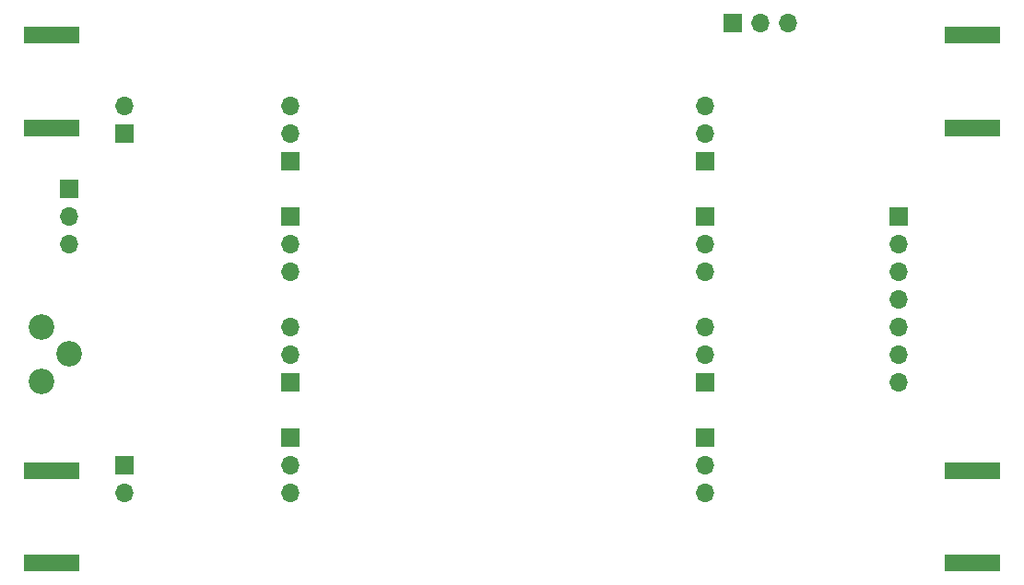
<source format=gbr>
%TF.GenerationSoftware,KiCad,Pcbnew,(5.1.8)-1*%
%TF.CreationDate,2020-12-12T14:46:25+01:00*%
%TF.ProjectId,ltc5599-test-pcb,6c746335-3539-4392-9d74-6573742d7063,rev?*%
%TF.SameCoordinates,Original*%
%TF.FileFunction,Soldermask,Bot*%
%TF.FilePolarity,Negative*%
%FSLAX46Y46*%
G04 Gerber Fmt 4.6, Leading zero omitted, Abs format (unit mm)*
G04 Created by KiCad (PCBNEW (5.1.8)-1) date 2020-12-12 14:46:25*
%MOMM*%
%LPD*%
G01*
G04 APERTURE LIST*
%ADD10C,2.340000*%
%ADD11O,1.700000X1.700000*%
%ADD12R,1.700000X1.700000*%
%ADD13R,5.080000X1.500000*%
G04 APERTURE END LIST*
D10*
%TO.C,RV101*%
X98665000Y-98980000D03*
X101165000Y-101480000D03*
X98665000Y-103980000D03*
%TD*%
D11*
%TO.C,J103*%
X101205000Y-91360000D03*
X101205000Y-88820000D03*
D12*
X101205000Y-86280000D03*
%TD*%
%TO.C,J1*%
X106285000Y-81200000D03*
D11*
X106285000Y-78660000D03*
%TD*%
%TO.C,J102*%
X167245000Y-71040000D03*
X164705000Y-71040000D03*
D12*
X162165000Y-71040000D03*
%TD*%
D11*
%TO.C,J101*%
X177405000Y-104060000D03*
X177405000Y-101520000D03*
X177405000Y-98980000D03*
X177405000Y-96440000D03*
X177405000Y-93900000D03*
X177405000Y-91360000D03*
D12*
X177405000Y-88820000D03*
%TD*%
%TO.C,J3*%
X106285000Y-111680000D03*
D11*
X106285000Y-114220000D03*
%TD*%
%TO.C,JP8*%
X159625000Y-98980000D03*
X159625000Y-101520000D03*
D12*
X159625000Y-104060000D03*
%TD*%
D11*
%TO.C,JP7*%
X159625000Y-114220000D03*
X159625000Y-111680000D03*
D12*
X159625000Y-109140000D03*
%TD*%
D11*
%TO.C,JP6*%
X159625000Y-78660000D03*
X159625000Y-81200000D03*
D12*
X159625000Y-83740000D03*
%TD*%
D11*
%TO.C,JP5*%
X159625000Y-93900000D03*
X159625000Y-91360000D03*
D12*
X159625000Y-88820000D03*
%TD*%
D11*
%TO.C,JP4*%
X121525000Y-98980000D03*
X121525000Y-101520000D03*
D12*
X121525000Y-104060000D03*
%TD*%
D11*
%TO.C,JP3*%
X121525000Y-114220000D03*
X121525000Y-111680000D03*
D12*
X121525000Y-109140000D03*
%TD*%
D11*
%TO.C,JP2*%
X121525000Y-78660000D03*
X121525000Y-81200000D03*
D12*
X121525000Y-83740000D03*
%TD*%
D11*
%TO.C,JP1*%
X121525000Y-93900000D03*
X121525000Y-91360000D03*
D12*
X121525000Y-88820000D03*
%TD*%
D13*
%TO.C,J7*%
X184125000Y-112190000D03*
X184125000Y-120690000D03*
%TD*%
%TO.C,J5*%
X184125000Y-72190000D03*
X184125000Y-80690000D03*
%TD*%
%TO.C,J4*%
X99595000Y-112190000D03*
X99595000Y-120690000D03*
%TD*%
%TO.C,J2*%
X99595000Y-72190000D03*
X99595000Y-80690000D03*
%TD*%
M02*

</source>
